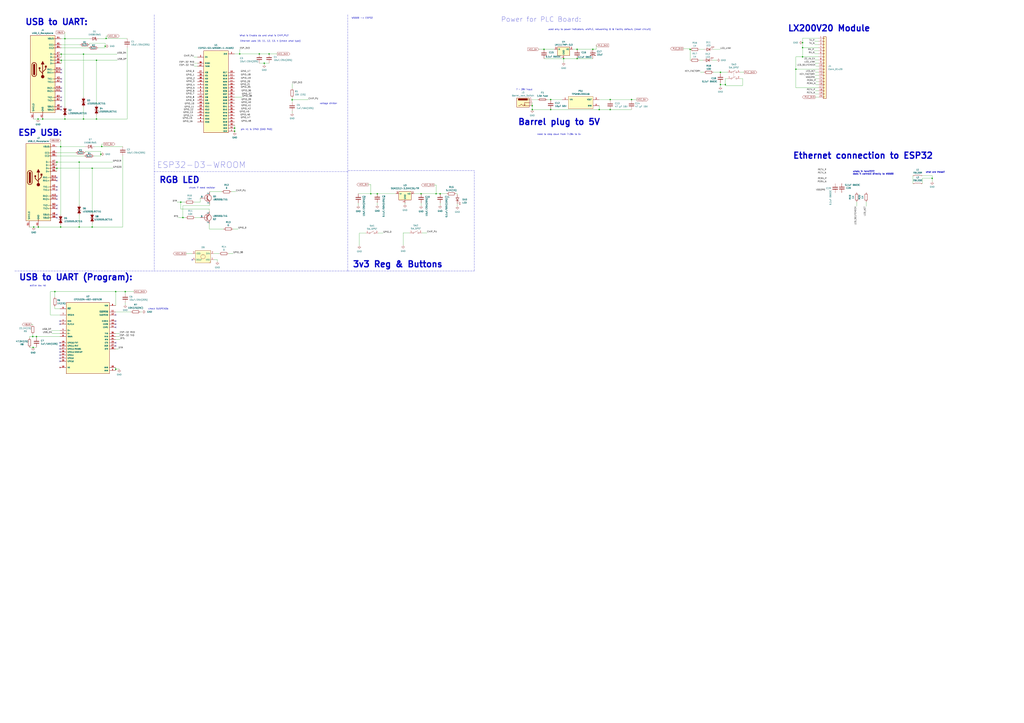
<source format=kicad_sch>
(kicad_sch (version 20230121) (generator eeschema)
  (paper "A1")
  (lib_symbols
    (symbol "CP2102N-A02-GQFN28:CP2102N-A02-GQFN28" (pin_names (offset 1.016))
      (property "Reference" "U" (at -17.78 33.02 0))
      (property "Value" "CP2102N-A02-GQFN28" (at -17.78 -33.02 0))
      (symbol "CP2102N-A02-GQFN28_0_0"
        (pin input line (at -22.86 15.24 0) (length 5.08) (name "DCD") (number "1"))
        (pin no_connect line (at -22.86 -22.86 0) (length 5.08) (name "NC") (number "10"))
        (pin output line (at 22.86 22.86 180) (length 5.08) (name "~{SUSPEND}") (number "11"))
        (pin output line (at 22.86 20.32 180) (length 5.08) (name "SUSPEND") (number "12"))
        (pin output line (at 22.86 15.24 180) (length 5.08) (name "CHREN") (number "13"))
        (pin output line (at 22.86 10.16 180) (length 5.08) (name "CHR1") (number "14"))
        (pin output line (at 22.86 12.7 180) (length 5.08) (name "CHR0") (number "15"))
        (pin bidirectional line (at -22.86 -10.16 0) (length 5.08) (name "GPIO.3/WAKEUP") (number "16"))
        (pin bidirectional line (at -22.86 -7.62 0) (length 5.08) (name "GPIO.2/RS485") (number "17"))
        (pin bidirectional line (at -22.86 -5.08 0) (length 5.08) (name "GPIO.1/RXT") (number "18"))
        (pin bidirectional line (at -22.86 -2.54 0) (length 5.08) (name "GPIO.0/TXT") (number "19"))
        (pin bidirectional line (at -22.86 12.7 0) (length 5.08) (name "RI/CLK") (number "2"))
        (pin bidirectional line (at -22.86 -17.78 0) (length 5.08) (name "GPIO.6") (number "20"))
        (pin bidirectional line (at -22.86 -15.24 0) (length 5.08) (name "GPIO.5") (number "21"))
        (pin bidirectional line (at -22.86 -12.7 0) (length 5.08) (name "GPIO.4") (number "22"))
        (pin input line (at 22.86 -2.54 180) (length 5.08) (name "CTS") (number "23"))
        (pin output line (at 22.86 0 180) (length 5.08) (name "RTS") (number "24"))
        (pin input line (at 22.86 2.54 180) (length 5.08) (name "RXD") (number "25"))
        (pin output line (at 22.86 5.08 180) (length 5.08) (name "TXD") (number "26"))
        (pin input line (at 22.86 -5.08 180) (length 5.08) (name "DSR") (number "27"))
        (pin output line (at 22.86 -7.62 180) (length 5.08) (name "DTR") (number "28"))
        (pin power_in line (at 22.86 -22.86 180) (length 5.08) (name "GND") (number "29"))
        (pin power_in line (at 22.86 -25.4 180) (length 5.08) (name "GND") (number "3"))
        (pin bidirectional line (at -22.86 7.62 0) (length 5.08) (name "D+") (number "4"))
        (pin bidirectional line (at -22.86 5.08 0) (length 5.08) (name "D-") (number "5"))
        (pin power_in line (at 22.86 27.94 180) (length 5.08) (name "VDD") (number "6"))
        (pin input line (at -22.86 20.32 0) (length 5.08) (name "VREGIN") (number "7"))
        (pin input line (at -22.86 2.54 0) (length 5.08) (name "VBUS") (number "8"))
        (pin input line (at -22.86 25.4 0) (length 5.08) (name "~{RST}") (number "9"))
      )
    )
    (symbol "Connector:Barrel_Jack_Switch" (pin_names hide)
      (property "Reference" "J" (at 0 5.334 0))
      (property "Value" "Barrel_Jack_Switch" (at 0 -5.08 0))
      (symbol "Barrel_Jack_Switch_1_1"
        (pin passive line (at 7.62 2.54 180) (length 2.54) (name "~") (number "1"))
        (pin passive line (at 7.62 -2.54 180) (length 2.54) (name "~") (number "2"))
        (pin passive line (at 7.62 0 180) (length 2.54) (name "~") (number "3"))
      )
    )
    (symbol "Connector:USB_C_Receptacle" (pin_names (offset 1.016))
      (property "Reference" "J" (at -10.16 29.21 0))
      (property "Value" "USB_C_Receptacle" (at 10.16 29.21 0))
      (symbol "USB_C_Receptacle_1_1"
        (pin passive line (at 0 -40.64 90) (length 5.08) (name "GND") (number "A1"))
        (pin bidirectional line (at 15.24 -15.24 180) (length 5.08) (name "RX2-") (number "A10"))
        (pin bidirectional line (at 15.24 -17.78 180) (length 5.08) (name "RX2+") (number "A11"))
        (pin passive line (at 0 -40.64 90) (length 5.08) hide (name "GND") (number "A12"))
        (pin bidirectional line (at 15.24 -10.16 180) (length 5.08) (name "TX1+") (number "A2"))
        (pin bidirectional line (at 15.24 -7.62 180) (length 5.08) (name "TX1-") (number "A3"))
        (pin passive line (at 15.24 25.4 180) (length 5.08) (name "VBUS") (number "A4"))
        (pin bidirectional line (at 15.24 20.32 180) (length 5.08) (name "CC1") (number "A5"))
        (pin bidirectional line (at 15.24 7.62 180) (length 5.08) (name "D+") (number "A6"))
        (pin bidirectional line (at 15.24 12.7 180) (length 5.08) (name "D-") (number "A7"))
        (pin bidirectional line (at 15.24 -30.48 180) (length 5.08) (name "SBU1") (number "A8"))
        (pin passive line (at 15.24 25.4 180) (length 5.08) hide (name "VBUS") (number "A9"))
        (pin passive line (at 0 -40.64 90) (length 5.08) hide (name "GND") (number "B1"))
        (pin bidirectional line (at 15.24 0 180) (length 5.08) (name "RX1-") (number "B10"))
        (pin bidirectional line (at 15.24 -2.54 180) (length 5.08) (name "RX1+") (number "B11"))
        (pin passive line (at 0 -40.64 90) (length 5.08) hide (name "GND") (number "B12"))
        (pin bidirectional line (at 15.24 -25.4 180) (length 5.08) (name "TX2+") (number "B2"))
        (pin bidirectional line (at 15.24 -22.86 180) (length 5.08) (name "TX2-") (number "B3"))
        (pin passive line (at 15.24 25.4 180) (length 5.08) hide (name "VBUS") (number "B4"))
        (pin bidirectional line (at 15.24 17.78 180) (length 5.08) (name "CC2") (number "B5"))
        (pin bidirectional line (at 15.24 5.08 180) (length 5.08) (name "D+") (number "B6"))
        (pin bidirectional line (at 15.24 10.16 180) (length 5.08) (name "D-") (number "B7"))
        (pin bidirectional line (at 15.24 -33.02 180) (length 5.08) (name "SBU2") (number "B8"))
        (pin passive line (at 15.24 25.4 180) (length 5.08) hide (name "VBUS") (number "B9"))
        (pin passive line (at -7.62 -40.64 90) (length 5.08) (name "SHIELD") (number "S1"))
      )
    )
    (symbol "Connector_Generic:Conn_01x20" (pin_names (offset 1.016) hide)
      (property "Reference" "J" (at 0 25.4 0))
      (property "Value" "Conn_01x20" (at 0 -27.94 0))
      (symbol "Conn_01x20_1_1"
        (pin passive line (at -5.08 22.86 0) (length 3.81) (name "Pin_1") (number "1"))
        (pin passive line (at -5.08 0 0) (length 3.81) (name "Pin_10") (number "10"))
        (pin passive line (at -5.08 -2.54 0) (length 3.81) (name "Pin_11") (number "11"))
        (pin passive line (at -5.08 -5.08 0) (length 3.81) (name "Pin_12") (number "12"))
        (pin passive line (at -5.08 -7.62 0) (length 3.81) (name "Pin_13") (number "13"))
        (pin passive line (at -5.08 -10.16 0) (length 3.81) (name "Pin_14") (number "14"))
        (pin passive line (at -5.08 -12.7 0) (length 3.81) (name "Pin_15") (number "15"))
        (pin passive line (at -5.08 -15.24 0) (length 3.81) (name "Pin_16") (number "16"))
        (pin passive line (at -5.08 -17.78 0) (length 3.81) (name "Pin_17") (number "17"))
        (pin passive line (at -5.08 -20.32 0) (length 3.81) (name "Pin_18") (number "18"))
        (pin passive line (at -5.08 -22.86 0) (length 3.81) (name "Pin_19") (number "19"))
        (pin passive line (at -5.08 20.32 0) (length 3.81) (name "Pin_2") (number "2"))
        (pin passive line (at -5.08 -25.4 0) (length 3.81) (name "Pin_20") (number "20"))
        (pin passive line (at -5.08 17.78 0) (length 3.81) (name "Pin_3") (number "3"))
        (pin passive line (at -5.08 15.24 0) (length 3.81) (name "Pin_4") (number "4"))
        (pin passive line (at -5.08 12.7 0) (length 3.81) (name "Pin_5") (number "5"))
        (pin passive line (at -5.08 10.16 0) (length 3.81) (name "Pin_6") (number "6"))
        (pin passive line (at -5.08 7.62 0) (length 3.81) (name "Pin_7") (number "7"))
        (pin passive line (at -5.08 5.08 0) (length 3.81) (name "Pin_8") (number "8"))
        (pin passive line (at -5.08 2.54 0) (length 3.81) (name "Pin_9") (number "9"))
      )
    )
    (symbol "Device:C" (pin_numbers hide) (pin_names (offset 0.254))
      (property "Reference" "C" (at 0.635 2.54 0))
      (property "Value" "C" (at 0.635 -2.54 0))
      (symbol "C_1_1"
        (pin passive line (at 0 3.81 270) (length 2.794) (name "~") (number "1"))
        (pin passive line (at 0 -3.81 90) (length 2.794) (name "~") (number "2"))
      )
    )
    (symbol "Device:C_Polarized_US" (pin_numbers hide) (pin_names (offset 0.254) hide)
      (property "Reference" "C" (at 0.635 2.54 0))
      (property "Value" "C_Polarized_US" (at 0.635 -2.54 0))
      (symbol "C_Polarized_US_1_1"
        (pin passive line (at 0 3.81 270) (length 2.794) (name "~") (number "1"))
        (pin passive line (at 0 -3.81 90) (length 3.302) (name "~") (number "2"))
      )
    )
    (symbol "Device:D_TVS_Filled" (pin_numbers hide) (pin_names (offset 1.016) hide)
      (property "Reference" "D" (at 0 2.54 0))
      (property "Value" "D_TVS_Filled" (at 0 -2.54 0))
      (symbol "D_TVS_Filled_1_1"
        (pin passive line (at -3.81 0 0) (length 2.54) (name "A1") (number "1"))
        (pin passive line (at 3.81 0 180) (length 2.54) (name "A2") (number "2"))
      )
    )
    (symbol "Device:Fuse" (pin_numbers hide) (pin_names (offset 0))
      (property "Reference" "F" (at 2.032 0 90))
      (property "Value" "Fuse" (at -1.905 0 90))
      (symbol "Fuse_1_1"
        (pin passive line (at 0 3.81 270) (length 1.27) (name "~") (number "1"))
        (pin passive line (at 0 -3.81 90) (length 1.27) (name "~") (number "2"))
      )
    )
    (symbol "Device:L" (pin_numbers hide) (pin_names (offset 1.016) hide)
      (property "Reference" "L" (at -1.27 0 90))
      (property "Value" "L" (at 1.905 0 90))
      (symbol "L_1_1"
        (pin passive line (at 0 3.81 270) (length 1.27) (name "1") (number "1"))
        (pin passive line (at 0 -3.81 90) (length 1.27) (name "2") (number "2"))
      )
    )
    (symbol "Device:LED" (pin_numbers hide) (pin_names (offset 1.016) hide)
      (property "Reference" "D" (at 0 2.54 0))
      (property "Value" "LED" (at 0 -2.54 0))
      (symbol "LED_1_1"
        (pin passive line (at -3.81 0 0) (length 2.54) (name "K") (number "1"))
        (pin passive line (at 3.81 0 180) (length 2.54) (name "A") (number "2"))
      )
    )
    (symbol "Device:R" (pin_numbers hide) (pin_names (offset 0))
      (property "Reference" "R" (at 2.032 0 90))
      (property "Value" "R" (at 0 0 90))
      (symbol "R_1_1"
        (pin passive line (at 0 3.81 270) (length 1.27) (name "~") (number "1"))
        (pin passive line (at 0 -3.81 90) (length 1.27) (name "~") (number "2"))
      )
    )
    (symbol "Diode:1N5819WS" (pin_numbers hide) (pin_names (offset 1.016) hide)
      (property "Reference" "D" (at 0 2.54 0))
      (property "Value" "1N5819WS" (at 0 -2.54 0))
      (symbol "1N5819WS_1_1"
        (pin passive line (at -3.81 0 0) (length 2.54) (name "K") (number "1"))
        (pin passive line (at 3.81 0 180) (length 2.54) (name "A") (number "2"))
      )
    )
    (symbol "ESP32-S3-WROOM-1-N16R2:ESP32-S3-WROOM-1-N16R2" (pin_names (offset 1.016))
      (property "Reference" "U" (at -10.16 34.1122 0))
      (property "Value" "ESP32-S3-WROOM-1-N16R2" (at -10.16 -36.83 0))
      (symbol "ESP32-S3-WROOM-1-N16R2_0_0"
        (pin power_in line (at 15.24 -33.02 180) (length 5.08) (name "GND") (number "1"))
        (pin bidirectional line (at 15.24 15.24 180) (length 5.08) (name "IO17") (number "10"))
        (pin bidirectional line (at 15.24 12.7 180) (length 5.08) (name "IO18") (number "11"))
        (pin bidirectional line (at -15.24 -5.08 0) (length 5.08) (name "IO8") (number "12"))
        (pin bidirectional line (at 15.24 10.16 180) (length 5.08) (name "IO19") (number "13"))
        (pin bidirectional line (at 15.24 7.62 180) (length 5.08) (name "IO20") (number "14"))
        (pin bidirectional line (at -15.24 7.62 0) (length 5.08) (name "IO3") (number "15"))
        (pin bidirectional line (at 15.24 -20.32 180) (length 5.08) (name "IO46") (number "16"))
        (pin bidirectional line (at -15.24 -7.62 0) (length 5.08) (name "IO9") (number "17"))
        (pin bidirectional line (at -15.24 -10.16 0) (length 5.08) (name "IO10") (number "18"))
        (pin bidirectional line (at -15.24 -12.7 0) (length 5.08) (name "IO11") (number "19"))
        (pin power_in line (at 15.24 30.48 180) (length 5.08) (name "3V3") (number "2"))
        (pin bidirectional line (at -15.24 -15.24 0) (length 5.08) (name "IO12") (number "20"))
        (pin bidirectional line (at -15.24 -17.78 0) (length 5.08) (name "IO13") (number "21"))
        (pin bidirectional line (at -15.24 -20.32 0) (length 5.08) (name "IO14") (number "22"))
        (pin bidirectional line (at 15.24 5.08 180) (length 5.08) (name "IO21") (number "23"))
        (pin bidirectional line (at 15.24 -22.86 180) (length 5.08) (name "IO47") (number "24"))
        (pin bidirectional line (at 15.24 -25.4 180) (length 5.08) (name "IO48") (number "25"))
        (pin bidirectional line (at 15.24 -17.78 180) (length 5.08) (name "IO45") (number "26"))
        (pin bidirectional line (at -15.24 15.24 0) (length 5.08) (name "IO0") (number "27"))
        (pin bidirectional line (at 15.24 2.54 180) (length 5.08) (name "IO35") (number "28"))
        (pin bidirectional line (at 15.24 0 180) (length 5.08) (name "IO36") (number "29"))
        (pin input line (at -15.24 27.94 0) (length 5.08) (name "EN") (number "3"))
        (pin bidirectional line (at 15.24 -2.54 180) (length 5.08) (name "IO37") (number "30"))
        (pin bidirectional line (at 15.24 -5.08 180) (length 5.08) (name "IO38") (number "31"))
        (pin bidirectional line (at 15.24 -7.62 180) (length 5.08) (name "IO39") (number "32"))
        (pin bidirectional line (at 15.24 -10.16 180) (length 5.08) (name "IO40") (number "33"))
        (pin bidirectional line (at 15.24 -12.7 180) (length 5.08) (name "IO41") (number "34"))
        (pin bidirectional line (at 15.24 -15.24 180) (length 5.08) (name "IO42") (number "35"))
        (pin bidirectional line (at -15.24 22.86 0) (length 5.08) (name "RXD0") (number "36"))
        (pin bidirectional line (at -15.24 20.32 0) (length 5.08) (name "TXD0") (number "37"))
        (pin bidirectional line (at -15.24 10.16 0) (length 5.08) (name "IO2") (number "38"))
        (pin bidirectional line (at -15.24 12.7 0) (length 5.08) (name "IO1") (number "39"))
        (pin bidirectional line (at -15.24 5.08 0) (length 5.08) (name "IO4") (number "4"))
        (pin bidirectional line (at -15.24 2.54 0) (length 5.08) (name "IO5") (number "5"))
        (pin bidirectional line (at -15.24 0 0) (length 5.08) (name "IO6") (number "6"))
        (pin bidirectional line (at -15.24 -2.54 0) (length 5.08) (name "IO7") (number "7"))
        (pin bidirectional line (at -15.24 -22.86 0) (length 5.08) (name "IO15") (number "8"))
        (pin bidirectional line (at -15.24 -25.4 0) (length 5.08) (name "IO16") (number "9"))
      )
      (symbol "ESP32-S3-WROOM-1-N16R2_1_0"
        (pin power_in line (at 15.24 -27.94 180) (length 5.08) (name "GND") (number "40"))
        (pin power_in line (at 15.24 -30.48 180) (length 5.08) (name "GND") (number "41"))
      )
    )
    (symbol "Proj_library:SK68XXMINI-HS"
      (property "Reference" "D" (at 0 6.35 0))
      (symbol "SK68XXMINI-HS_1_1"
        (pin input line (at 8.89 -2.54 180) (length 2.54) (name "VSS") (number "1"))
        (pin input line (at 8.89 2.54 180) (length 2.54) (name "DIN") (number "2"))
        (pin input line (at -8.89 2.54 0) (length 2.54) (name "VDD") (number "3"))
        (pin output line (at -8.89 -2.54 0) (length 2.54) (name "DOUT") (number "4"))
      )
    )
    (symbol "Proj_library:TPSM84205EAB" (pin_names (offset 1.016))
      (property "Reference" "PS" (at -10.16 5.588 0))
      (property "Value" "TPSM84205EAB" (at -10.16 -7.62 0))
      (symbol "TPSM84205EAB_0_0"
        (pin input line (at -15.24 2.54 0) (length 5.08) (name "VIN") (number "1"))
        (pin power_in line (at 15.24 -2.54 180) (length 5.08) (name "GND") (number "2"))
        (pin output line (at 15.24 2.54 180) (length 5.08) (name "VOUT") (number "3"))
      )
    )
    (symbol "Regulator_Linear:AMS1117-3.3"
      (property "Reference" "U" (at -3.81 3.175 0))
      (property "Value" "AMS1117-3.3" (at 0 3.175 0))
      (symbol "AMS1117-3.3_1_1"
        (pin power_in line (at 0 -7.62 90) (length 2.54) (name "GND") (number "1"))
        (pin power_out line (at 7.62 0 180) (length 2.54) (name "VO") (number "2"))
        (pin power_in line (at -7.62 0 0) (length 2.54) (name "VI") (number "3"))
      )
    )
    (symbol "Regulator_Linear:LM1117MP-3.3"
      (property "Reference" "U" (at -3.81 3.175 0))
      (property "Value" "LM1117MP-3.3" (at 0 3.175 0))
      (symbol "LM1117MP-3.3_1_1"
        (pin power_in line (at 0 -7.62 90) (length 2.54) (name "GND") (number "1"))
        (pin power_out line (at 7.62 0 180) (length 2.54) (name "VO") (number "2"))
        (pin power_in line (at -7.62 0 0) (length 2.54) (name "VI") (number "3"))
      )
    )
    (symbol "Simulation_SPICE:NPN" (pin_numbers hide) (pin_names (offset 0))
      (property "Reference" "Q" (at -2.54 7.62 0))
      (property "Value" "NPN" (at -2.54 5.08 0))
      (symbol "NPN_1_1"
        (pin open_collector line (at 2.54 5.08 270) (length 2.54) (name "C") (number "1"))
        (pin input line (at -5.08 0 0) (length 2.54) (name "B") (number "2"))
        (pin open_emitter line (at 2.54 -5.08 90) (length 2.54) (name "E") (number "3"))
      )
    )
    (symbol "Switch:SW_DPST" (pin_names (offset 0) hide)
      (property "Reference" "SW" (at 0 5.08 0))
      (property "Value" "SW_DPST" (at 0 -5.08 0))
      (symbol "SW_DPST_1_1"
        (pin passive line (at -5.08 -2.54 0) (length 2.54) (name "1") (number "1"))
        (pin passive line (at 5.08 -2.54 180) (length 2.54) (name "2") (number "2"))
        (pin passive line (at -5.08 2.54 0) (length 2.54) (name "3") (number "3"))
        (pin passive line (at 5.08 2.54 180) (length 2.54) (name "4") (number "4"))
      )
    )
    (symbol "Switch:SW_SPST" (pin_names (offset 0) hide)
      (property "Reference" "SW" (at 0 3.175 0))
      (property "Value" "SW_SPST" (at 0 -2.54 0))
      (symbol "SW_SPST_1_1"
        (pin passive line (at -5.08 0 0) (length 2.54) (name "A") (number "1"))
        (pin passive line (at 5.08 0 180) (length 2.54) (name "B") (number "2"))
      )
    )
    (symbol "power:GND" (power) (pin_names (offset 0))
      (property "Value" "GND" (at 0 -3.81 0))
      (symbol "GND_1_1"
        (pin power_in line (at 0 0 270) (length 0) hide (name "GND") (number "1"))
      )
    )
  )
  (junction (at 27.686 186.563))
  (junction (at 192.659 105.283))
  (junction (at 304.546 159.258))
  (junction (at 501.142 81.788))
  (junction (at 659.13 35.052))
  (junction (at 75.692 186.563))
  (junction (at 591.693 69.469))
  (junction (at 50.292 49.53))
  (junction (at 486.918 40.513))
  (junction (at 68.58 44.45))
  (junction (at 345.821 159.258))
  (junction (at 653.669 56.896))
  (junction (at 53.34 31.75))
  (junction (at 31.496 186.563))
  (junction (at 566.801 40.64))
  (junction (at 473.964 48.133))
  (junction (at 309.88 159.258))
  (junction (at 94.996 239.649))
  (junction (at 501.142 90.043))
  (junction (at 192.659 107.823))
  (junction (at 659.13 39.116))
  (junction (at 65.024 186.563))
  (junction (at 150.241 178.816))
  (junction (at 49.784 120.523))
  (junction (at 220.98 44.323))
  (junction (at 50.292 44.45))
  (junction (at 437.134 86.868))
  (junction (at 212.979 44.323))
  (junction (at 27.178 285.496))
  (junction (at 83.566 120.396))
  (junction (at 102.87 239.649))
  (junction (at 68.58 97.79))
  (junction (at 49.784 186.563))
  (junction (at 45.085 239.649))
  (junction (at 446.786 40.513))
  (junction (at 79.248 49.53))
  (junction (at 595.757 69.469))
  (junction (at 591.693 59.436))
  (junction (at 217.043 51.943))
  (junction (at 452.247 81.788))
  (junction (at 31.242 97.79))
  (junction (at 75.692 138.303))
  (junction (at 94.996 303.403))
  (junction (at 35.052 97.79))
  (junction (at 358.14 159.258))
  (junction (at 29.972 276.606))
  (junction (at 82.804 126.746))
  (junction (at 518.668 81.788))
  (junction (at 148.463 166.116))
  (junction (at 659.13 46.736))
  (junction (at 46.736 138.303))
  (junction (at 462.915 48.133))
  (junction (at 65.024 133.223))
  (junction (at 473.964 40.513))
  (junction (at 46.736 133.223))
  (junction (at 452.247 90.043))
  (junction (at 79.248 97.79))
  (junction (at 361.442 159.258))
  (junction (at 87.122 31.623))
  (junction (at 86.36 37.973))
  (junction (at 765.556 146.558))
  (junction (at 437.134 90.043))
  (junction (at 196.85 44.323))
  (junction (at 492.125 90.043))
  (junction (at 53.34 97.79))
  (junction (at 26.924 276.606))
  (junction (at 239.903 82.042))
  (no_connect (at 49.276 289.306))
  (no_connect (at 94.996 266.446))
  (no_connect (at 50.292 74.93))
  (no_connect (at 94.996 263.906))
  (no_connect (at 49.276 291.846))
  (no_connect (at 50.292 80.01))
  (no_connect (at 50.292 87.63))
  (no_connect (at 49.276 263.906))
  (no_connect (at 94.996 281.686))
  (no_connect (at 46.736 145.923))
  (no_connect (at 49.276 294.386))
  (no_connect (at 50.292 82.55))
  (no_connect (at 46.736 176.403))
  (no_connect (at 50.292 59.69))
  (no_connect (at 46.736 153.543))
  (no_connect (at 94.996 284.226))
  (no_connect (at 49.276 284.226))
  (no_connect (at 46.736 178.943))
  (no_connect (at 46.736 163.703))
  (no_connect (at 50.292 90.17))
  (no_connect (at 94.996 258.826))
  (no_connect (at 46.736 171.323))
  (no_connect (at 46.736 168.783))
  (no_connect (at 50.292 57.15))
  (no_connect (at 46.736 156.083))
  (no_connect (at 50.292 67.31))
  (no_connect (at 49.276 266.446))
  (no_connect (at 50.292 72.39))
  (no_connect (at 157.861 213.487))
  (no_connect (at 49.276 281.686))
  (no_connect (at 94.996 268.986))
  (no_connect (at 46.736 148.463))
  (no_connect (at 49.276 286.766))
  (no_connect (at 50.292 64.77))
  (no_connect (at 49.276 296.926))
  (no_connect (at 46.736 161.163))
  (wire (pts (xy 87.122 31.623) (xy 87.122 31.75)))
  (wire (pts (xy 309.88 166.624) (xy 309.88 168.529)))
  (wire (pts (xy 492.125 90.043) (xy 452.247 90.043)))
  (wire (pts (xy 669.671 59.436) (xy 672.211 59.436)))
  (wire (pts (xy 29.972 276.606) (xy 29.972 277.495)))
  (wire (pts (xy 659.13 31.496) (xy 659.13 35.052)))
  (wire (pts (xy 375.666 159.258) (xy 375.666 159.893)))
  (wire (pts (xy 217.043 51.943) (xy 217.043 53.086)))
  (wire (pts (xy 46.736 133.223) (xy 65.024 133.223)))
  (wire (pts (xy 26.924 274.701) (xy 26.924 276.606)))
  (wire (pts (xy 239.903 80.264) (xy 239.903 82.042)))
  (wire (pts (xy 49.784 184.404) (xy 49.784 186.563)))
  (polyline (pts (xy 285.623 12.065) (xy 285.623 140.97)) (stroke (width 0) (type dash)))
  (wire (pts (xy 486.918 40.513) (xy 489.585 40.513)))
  (wire (pts (xy 31.496 186.563) (xy 49.784 186.563)))
  (wire (pts (xy 187.706 208.407) (xy 191.516 208.407)))
  (wire (pts (xy 27.178 285.496) (xy 29.972 285.496)))
  (wire (pts (xy 462.915 48.133) (xy 473.964 48.133)))
  (wire (pts (xy 212.979 44.323) (xy 220.98 44.323)))
  (wire (pts (xy 196.85 44.323) (xy 212.979 44.323)))
  (wire (pts (xy 79.248 94.234) (xy 79.248 97.79)))
  (wire (pts (xy 470.535 40.513) (xy 473.964 40.513)))
  (wire (pts (xy 585.597 40.64) (xy 591.566 40.64)))
  (wire (pts (xy 29.972 285.496) (xy 29.972 285.115)))
  (wire (pts (xy 94.996 274.066) (xy 98.298 274.066)))
  (wire (pts (xy 669.417 61.976) (xy 672.211 61.976)))
  (wire (pts (xy 98.679 279.146) (xy 94.996 279.146)))
  (wire (pts (xy 68.58 44.45) (xy 96.139 44.45)))
  (wire (pts (xy 46.736 133.223) (xy 46.736 135.763)))
  (wire (pts (xy 452.247 90.043) (xy 452.247 89.789)))
  (wire (pts (xy 653.669 46.736) (xy 659.13 46.736)))
  (wire (pts (xy 159.258 46.863) (xy 162.179 46.863)))
  (wire (pts (xy 172.085 157.607) (xy 182.245 157.607)))
  (wire (pts (xy 82.804 128.143) (xy 76.962 128.143)))
  (wire (pts (xy 164.465 166.116) (xy 164.465 162.687)))
  (wire (pts (xy 172.085 169.037) (xy 172.085 167.767)))
  (wire (pts (xy 669.925 54.356) (xy 672.211 54.356)))
  (wire (pts (xy 152.781 208.407) (xy 157.861 208.407)))
  (wire (pts (xy 669.417 79.756) (xy 672.211 79.756)))
  (wire (pts (xy 87.122 31.75) (xy 81.153 31.75)))
  (wire (pts (xy 239.903 91.567) (xy 239.903 92.837)))
  (wire (pts (xy 336.423 191.389) (xy 331.089 191.389)))
  (wire (pts (xy 162.179 54.483) (xy 159.512 54.483)))
  (wire (pts (xy 24.257 285.496) (xy 27.178 285.496)))
  (wire (pts (xy 192.659 108.585) (xy 192.786 108.585)))
  (wire (pts (xy 192.659 102.743) (xy 192.659 105.283)))
  (wire (pts (xy 171.958 188.214) (xy 183.642 188.214)))
  (wire (pts (xy 102.87 248.92) (xy 102.87 250.444)))
  (wire (pts (xy 669.544 77.216) (xy 672.211 77.216)))
  (wire (pts (xy 669.925 69.596) (xy 672.211 69.596)))
  (wire (pts (xy 358.14 152.019) (xy 358.14 159.258)))
  (wire (pts (xy 94.996 256.286) (xy 107.569 256.286)))
  (wire (pts (xy 607.822 64.516) (xy 609.854 64.516)))
  (wire (pts (xy 150.241 178.816) (xy 152.527 178.816)))
  (wire (pts (xy 757.428 144.399) (xy 765.556 144.399)))
  (wire (pts (xy 446.786 40.513) (xy 455.295 40.513)))
  (wire (pts (xy 175.641 208.407) (xy 180.086 208.407)))
  (wire (pts (xy 501.142 81.788) (xy 518.668 81.788)))
  (wire (pts (xy 361.442 166.878) (xy 361.442 168.656)))
  (wire (pts (xy 595.757 70.358) (xy 595.757 69.469)))
  (wire (pts (xy 358.14 159.258) (xy 361.442 159.258)))
  (wire (pts (xy 518.668 90.043) (xy 501.142 90.043)))
  (wire (pts (xy 492.125 86.868) (xy 492.125 90.043)))
  (wire (pts (xy 41.402 239.649) (xy 45.085 239.649)))
  (wire (pts (xy 345.821 159.258) (xy 358.14 159.258)))
  (wire (pts (xy 670.052 67.056) (xy 672.211 67.056)))
  (wire (pts (xy 94.996 303.403) (xy 94.996 304.546)))
  (wire (pts (xy 45.085 253.746) (xy 49.276 253.746)))
  (wire (pts (xy 366.903 159.258) (xy 361.442 159.258)))
  (wire (pts (xy 41.402 258.826) (xy 49.276 258.826)))
  (wire (pts (xy 49.784 186.563) (xy 65.024 186.563)))
  (wire (pts (xy 94.996 239.649) (xy 102.87 239.649)))
  (wire (pts (xy 294.259 159.258) (xy 304.546 159.258)))
  (wire (pts (xy 172.085 169.037) (xy 150.241 169.037)))
  (wire (pts (xy 295.148 191.643) (xy 295.148 201.803)))
  (wire (pts (xy 150.241 169.037) (xy 150.241 178.816)))
  (wire (pts (xy 50.292 39.37) (xy 72.898 39.37)))
  (wire (pts (xy 473.964 40.513) (xy 486.918 40.513)))
  (wire (pts (xy 50.292 44.45) (xy 50.292 46.99)))
  (wire (pts (xy 192.659 107.823) (xy 192.659 108.585)))
  (wire (pts (xy 653.669 72.136) (xy 653.669 56.896)))
  (wire (pts (xy 82.804 124.46) (xy 82.804 126.746)))
  (wire (pts (xy 609.854 70.358) (xy 595.757 70.358)))
  (wire (pts (xy 518.668 81.788) (xy 522.986 81.788)))
  (wire (pts (xy 26.924 276.606) (xy 29.972 276.606)))
  (wire (pts (xy 87.122 29.591) (xy 88.646 29.591)))
  (wire (pts (xy 45.085 239.649) (xy 45.085 244.221)))
  (wire (pts (xy 27.432 97.79) (xy 31.242 97.79)))
  (wire (pts (xy 53.34 95.631) (xy 53.34 97.79)))
  (wire (pts (xy 452.247 81.788) (xy 452.247 82.169)))
  (wire (pts (xy 115.189 256.286) (xy 116.713 256.286)))
  (wire (pts (xy 49.784 120.523) (xy 69.977 120.523)))
  (wire (pts (xy 672.211 39.116) (xy 659.13 39.116)))
  (wire (pts (xy 94.996 239.649) (xy 94.996 251.206)))
  (wire (pts (xy 159.639 51.943) (xy 162.179 51.943)))
  (polyline (pts (xy 285.75 140.081) (xy 389.636 140.081)) (stroke (width 0) (type dash)))
  (wire (pts (xy 578.231 59.436) (xy 575.183 59.436)))
  (wire (pts (xy 171.958 171.704) (xy 148.463 171.704)))
  (wire (pts (xy 94.996 303.403) (xy 97.917 303.403)))
  (wire (pts (xy 332.613 166.878) (xy 332.613 167.894)))
  (wire (pts (xy 49.276 271.526) (xy 42.164 271.526)))
  (wire (pts (xy 68.58 80.01) (xy 68.58 44.45)))
  (wire (pts (xy 50.292 44.45) (xy 68.58 44.45)))
  (polyline (pts (xy 285.623 222.631) (xy 389.636 222.631)) (stroke (width 0) (type dash)))
  (wire (pts (xy 193.675 157.607) (xy 189.865 157.607)))
  (polyline (pts (xy 389.636 222.631) (xy 389.636 140.081)) (stroke (width 0) (type dash)))
  (wire (pts (xy 82.804 126.746) (xy 82.804 128.143)))
  (wire (pts (xy 27.686 186.563) (xy 31.496 186.563)))
  (wire (pts (xy 53.34 31.75) (xy 73.533 31.75)))
  (polyline (pts (xy 285.623 140.97) (xy 285.623 222.631)) (stroke (width 0) (type dash)))
  (wire (pts (xy 86.36 37.973) (xy 86.36 39.37)))
  (polyline (pts (xy 285.623 140.97) (xy 126.619 140.97)) (stroke (width 0) (type dash)))
  (wire (pts (xy 672.211 46.736) (xy 659.13 46.736)))
  (wire (pts (xy 711.327 165.862) (xy 711.327 169.545)))
  (wire (pts (xy 442.595 40.513) (xy 446.786 40.513)))
  (wire (pts (xy 324.993 159.258) (xy 309.88 159.258)))
  (wire (pts (xy 65.024 133.223) (xy 92.583 133.223)))
  (wire (pts (xy 178.562 213.487) (xy 178.562 215.011)))
  (wire (pts (xy 192.659 105.283) (xy 192.659 107.823)))
  (wire (pts (xy 53.34 97.79) (xy 68.58 97.79)))
  (wire (pts (xy 25.527 266.7) (xy 26.924 266.7)))
  (wire (pts (xy 27.178 285.496) (xy 27.178 285.369)))
  (wire (pts (xy 73.406 35.687) (xy 86.36 35.687)))
  (wire (pts (xy 195.58 188.214) (xy 191.262 188.214)))
  (wire (pts (xy 75.692 138.303) (xy 92.837 138.303)))
  (wire (pts (xy 566.801 40.005) (xy 566.801 40.64)))
  (wire (pts (xy 68.58 97.79) (xy 79.248 97.79)))
  (wire (pts (xy 672.211 72.136) (xy 653.669 72.136)))
  (wire (pts (xy 239.903 82.042) (xy 239.903 83.947)))
  (wire (pts (xy 46.736 120.523) (xy 49.784 120.523)))
  (wire (pts (xy 591.693 71.12) (xy 591.693 69.469)))
  (wire (pts (xy 86.36 39.37) (xy 80.518 39.37)))
  (wire (pts (xy 345.821 166.878) (xy 345.821 168.91)))
  (wire (pts (xy 94.996 302.006) (xy 94.996 303.403)))
  (wire (pts (xy 591.693 69.469) (xy 595.757 69.469)))
  (wire (pts (xy 374.523 159.258) (xy 375.666 159.258)))
  (wire (pts (xy 703.58 165.862) (xy 703.58 169.418)))
  (wire (pts (xy 672.211 36.576) (xy 669.036 36.576)))
  (wire (pts (xy 69.85 124.46) (xy 69.85 125.603)))
  (wire (pts (xy 672.211 44.196) (xy 669.036 44.196)))
  (wire (pts (xy 607.822 59.436) (xy 611.124 59.436)))
  (wire (pts (xy 304.546 159.258) (xy 309.88 159.258)))
  (wire (pts (xy 437.134 84.328) (xy 437.134 86.868)))
  (wire (pts (xy 765.556 144.399) (xy 765.556 146.558)))
  (wire (pts (xy 309.88 159.258) (xy 309.88 159.004)))
  (wire (pts (xy 585.851 59.436) (xy 591.693 59.436)))
  (wire (pts (xy 239.903 68.834) (xy 239.903 72.644)))
  (wire (pts (xy 94.996 286.766) (xy 97.282 286.766)))
  (wire (pts (xy 50.292 49.53) (xy 50.292 52.07)))
  (wire (pts (xy 46.736 125.603) (xy 62.23 125.603)))
  (wire (pts (xy 148.463 166.116) (xy 151.892 166.116)))
  (wire (pts (xy 75.692 183.007) (xy 75.692 186.563)))
  (wire (pts (xy 49.784 115.443) (xy 49.784 120.523)))
  (wire (pts (xy 518.668 81.788) (xy 518.668 82.423)))
  (wire (pts (xy 31.242 97.79) (xy 35.052 97.79)))
  (wire (pts (xy 672.211 31.496) (xy 659.13 31.496)))
  (wire (pts (xy 220.98 44.323) (xy 227.584 44.323)))
  (wire (pts (xy 146.431 178.816) (xy 150.241 178.816)))
  (wire (pts (xy 591.693 68.199) (xy 591.693 69.469)))
  (wire (pts (xy 449.326 81.788) (xy 452.247 81.788)))
  (wire (pts (xy 45.085 239.649) (xy 94.996 239.649)))
  (wire (pts (xy 65.024 186.563) (xy 75.692 186.563)))
  (wire (pts (xy 331.089 191.389) (xy 331.089 201.549)))
  (wire (pts (xy 659.13 39.116) (xy 659.13 35.052)))
  (wire (pts (xy 749.808 144.399) (xy 749.808 150.876)))
  (wire (pts (xy 159.512 166.116) (xy 164.465 166.116)))
  (wire (pts (xy 68.58 87.63) (xy 68.58 97.79)))
  (wire (pts (xy 104.394 39.243) (xy 104.394 97.79)))
  (wire (pts (xy 437.134 86.868) (xy 437.134 90.043)))
  (wire (pts (xy 609.854 64.516) (xy 609.854 70.358)))
  (wire (pts (xy 98.171 276.606) (xy 94.996 276.606)))
  (wire (pts (xy 566.801 40.64) (xy 566.801 49.53)))
  (wire (pts (xy 87.122 29.591) (xy 87.122 31.623)))
  (wire (pts (xy 79.248 86.614) (xy 79.248 49.53)))
  (wire (pts (xy 765.556 149.225) (xy 765.556 146.558)))
  (wire (pts (xy 595.757 64.516) (xy 597.662 64.516)))
  (wire (pts (xy 65.024 168.783) (xy 65.024 133.223)))
  (polyline (pts (xy 12.065 222.631) (xy 126.619 222.631)) (stroke (width 0) (type dash)))
  (wire (pts (xy 574.421 49.53) (xy 577.342 49.53)))
  (wire (pts (xy 346.583 191.389) (xy 350.647 191.389)))
  (wire (pts (xy 86.36 35.687) (xy 86.36 37.973)))
  (wire (pts (xy 148.463 171.704) (xy 148.463 166.116)))
  (wire (pts (xy 294.259 166.878) (xy 294.259 168.783)))
  (wire (pts (xy 46.736 128.143) (xy 69.342 128.143)))
  (wire (pts (xy 452.247 81.788) (xy 461.645 81.788)))
  (wire (pts (xy 492.125 81.788) (xy 501.142 81.788)))
  (wire (pts (xy 73.406 35.687) (xy 73.406 36.83)))
  (wire (pts (xy 672.211 64.516) (xy 669.163 64.516)))
  (wire (pts (xy 42.672 274.066) (xy 49.276 274.066)))
  (wire (pts (xy 437.134 81.788) (xy 441.706 81.788)))
  (wire (pts (xy 340.233 159.258) (xy 345.821 159.258)))
  (wire (pts (xy 65.024 176.403) (xy 65.024 186.563)))
  (wire (pts (xy 102.87 239.649) (xy 110.109 239.649)))
  (wire (pts (xy 24.257 276.606) (xy 26.924 276.606)))
  (wire (pts (xy 595.757 69.469) (xy 595.757 64.516)))
  (wire (pts (xy 757.428 146.558) (xy 757.428 150.876)))
  (wire (pts (xy 83.566 120.523) (xy 77.597 120.523)))
  (wire (pts (xy 310.642 191.643) (xy 314.706 191.643)))
  (wire (pts (xy 659.13 46.736) (xy 659.13 39.116)))
  (wire (pts (xy 145.415 166.116) (xy 148.463 166.116)))
  (wire (pts (xy 75.692 186.563) (xy 100.838 186.563)))
  (wire (pts (xy 100.838 128.016) (xy 100.838 186.563)))
  (wire (pts (xy 79.248 49.53) (xy 96.393 49.53)))
  (wire (pts (xy 452.247 90.043) (xy 437.134 90.043)))
  (wire (pts (xy 100.838 120.396) (xy 83.566 120.396)))
  (wire (pts (xy 212.979 51.943) (xy 217.043 51.943)))
  (wire (pts (xy 50.292 31.75) (xy 53.34 31.75)))
  (wire (pts (xy 356.616 152.019) (xy 358.14 152.019)))
  (wire (pts (xy 79.248 97.79) (xy 104.394 97.79)))
  (wire (pts (xy 561.086 40.005) (xy 566.801 40.005)))
  (wire (pts (xy 83.566 118.364) (xy 83.566 120.396)))
  (wire (pts (xy 672.211 41.656) (xy 668.528 41.656)))
  (wire (pts (xy 53.34 31.75) (xy 53.34 88.011)))
  (wire (pts (xy 757.428 146.558) (xy 765.556 146.558)))
  (wire (pts (xy 672.211 49.276) (xy 669.417 49.276)))
  (wire (pts (xy 23.876 186.563) (xy 27.686 186.563)))
  (wire (pts (xy 584.962 49.53) (xy 588.645 49.53)))
  (wire (pts (xy 446.786 48.133) (xy 462.915 48.133)))
  (wire (pts (xy 175.641 213.487) (xy 178.562 213.487)))
  (wire (pts (xy 501.142 90.043) (xy 492.125 90.043)))
  (wire (pts (xy 75.692 175.387) (xy 75.692 138.303)))
  (wire (pts (xy 46.736 138.303) (xy 75.692 138.303)))
  (wire (pts (xy 29.972 276.606) (xy 49.276 276.606)))
  (wire (pts (xy 196.85 40.513) (xy 196.85 44.323)))
  (wire (pts (xy 171.958 171.704) (xy 171.958 173.736)))
  (wire (pts (xy 501.142 81.788) (xy 501.142 82.423)))
  (wire (pts (xy 239.903 82.042) (xy 253.238 82.042)))
  (wire (pts (xy 574.421 40.64) (xy 577.977 40.64)))
  (wire (pts (xy 473.964 48.133) (xy 486.918 48.133)))
  (wire (pts (xy 171.958 183.896) (xy 171.958 188.214)))
  (wire (pts (xy 24.257 276.606) (xy 24.257 277.876)))
  (wire (pts (xy 50.292 49.53) (xy 79.248 49.53)))
  (wire (pts (xy 160.147 178.816) (xy 164.338 178.816)))
  (wire (pts (xy 591.693 60.579) (xy 591.693 59.436)))
  (wire (pts (xy 102.87 239.649) (xy 102.87 241.3)))
  (wire (pts (xy 489.585 40.513) (xy 489.585 37.338)))
  (wire (pts (xy 672.211 51.816) (xy 669.417 51.816)))
  (wire (pts (xy 50.292 36.83) (xy 65.786 36.83)))
  (wire (pts (xy 672.211 56.896) (xy 653.669 56.896)))
  (wire (pts (xy 375.666 167.513) (xy 375.666 169.418)))
  (wire (pts (xy 672.211 34.036) (xy 669.036 34.036)))
  (polyline (pts (xy 285.623 222.631) (xy 126.619 222.631)) (stroke (width 0) (type dash)))
  (wire (pts (xy 53.34 26.67) (xy 53.34 31.75)))
  (wire (pts (xy 83.566 120.396) (xy 83.566 120.523)))
  (wire (pts (xy 192.659 79.883) (xy 198.882 79.883)))
  (polyline (pts (xy 126.619 12.065) (xy 126.619 222.631)) (stroke (width 0) (type dash)))
  (wire (pts (xy 300.482 191.643) (xy 295.148 191.643)))
  (wire (pts (xy 302.387 151.638) (xy 304.546 151.638)))
  (wire (pts (xy 591.693 59.436) (xy 597.662 59.436)))
  (wire (pts (xy 49.784 120.523) (xy 49.784 176.784)))
  (wire (pts (xy 41.402 239.649) (xy 41.402 258.826)))
  (wire (pts (xy 26.924 266.7) (xy 26.924 267.081)))
  (wire (pts (xy 669.544 74.676) (xy 672.211 74.676)))
  (wire (pts (xy 653.669 56.896) (xy 653.669 46.736)))
  (wire (pts (xy 304.546 151.638) (xy 304.546 159.258)))
  (wire (pts (xy 69.85 124.46) (xy 82.804 124.46)))
  (wire (pts (xy 46.736 138.303) (xy 46.736 140.843)))
  (wire (pts (xy 462.915 51.181) (xy 462.915 48.133)))
  (wire (pts (xy 104.394 31.623) (xy 87.122 31.623)))
  (wire (pts (xy 83.566 118.364) (xy 85.09 118.364)))
  (wire (pts (xy 45.085 251.841) (xy 45.085 253.746)))
  (wire (pts (xy 217.043 51.943) (xy 220.98 51.943)))
  (wire (pts (xy 192.659 44.323) (xy 196.85 44.323)))
  (wire (pts (xy 35.052 97.79) (xy 53.34 97.79)))
  (text "RGB LED" (at 130.556 150.876 0) (effects (font (size 5 5) (thickness 1) bold) (justify left bottom)))
  (text "ESP32-D3-WROOM" (at 128.905 138.684 0) (effects (font (size 5 5)) (justify left bottom)))
  (text "7 ~ 28V input" (at 423.799 74.422 0) (effects (font (size 1.27 1.27)) (justify left bottom)))
  (text "whats in here????\ndoes it connect directly to W5500" (at 700.405 143.764 0) (effects (font (size 1.27 1.27) bold) (justify left bottom)))
  (text "Ethernet uses 10, 11, 12, 13, 4 (check what type)" (at 197.231 34.544 0) (effects (font (size 1.27 1.27)) (justify left bottom)))
  (text "chcek if need resistor" (at 155.194 155.194 0) (effects (font (size 1.27 1.27)) (justify left bottom)))
  (text "3v3 Reg & Buttons" (at 289.433 220.218 0) (effects (font (size 5 5) bold) (justify left bottom)))
  (text "LX200V20 Module" (at 646.811 26.289 0) (effects (font (size 5 5) (thickness 1) bold) (justify left bottom)))
  (text "voltage divider" (at 262.509 85.852 0) (effects (font (size 1.27 1.27)) (justify left bottom)))
  (text "Power for PLC Board:" (at 411.48 18.415 0) (effects (font (size 4 4)) (justify left bottom)))
  (text "what are these?" (at 760.222 142.24 0) (effects (font (size 1.27 1.27) bold) (justify left bottom)))
  (text "Barrel plug to 5V" (at 425.196 103.251 0) (effects (font (size 5 5) (thickness 1) bold) (justify left bottom)))
  (text "active low rst" (at 24.384 235.585 0) (effects (font (size 1.27 1.27)) (justify left bottom)))
  (text "USB to UART:" (at 20.447 21.082 0) (effects (font (size 5 5) (thickness 1) bold) (justify left bottom)))
  (text "check SUSPENDb" (at 121.793 254.635 0) (effects (font (size 1.27 1.27)) (justify left bottom)))
  (text "need to step down from 7~28v to 5v" (at 441.198 111.252 0) (effects (font (size 1.27 1.27)) (justify left bottom)))
  (text "ESP USB:" (at 14.605 112.141 0) (effects (font (size 5 5) (thickness 1) bold) (justify left bottom)))
  (text "Ethernet connection to ESP32" (at 651.002 130.937 0) (effects (font (size 5 5) bold) (justify left bottom)))
  (text "pin 41 is EPAD (GND PAD)" (at 197.739 107.188 0) (effects (font (size 1.27 1.27)) (justify left bottom)))
  (text "W5500 -> ESP32" (at 288.671 15.621 0) (effects (font (size 1.27 1.27)) (justify left bottom)))
  (text "used only to power indicators, wisPLC, networking ID & Factiry default. (reset circuit)" (at 450.088 25.019 0) (effects (font (size 1.27 1.27)) (justify left bottom)))
  (text "USB to UART (Program):" (at 15.367 230.886 0) (effects (font (size 5 5) (thickness 1) bold) (justify left bottom)))
  (text "What is Enable do and what is CHIP_PU?" (at 196.723 30.099 0) (effects (font (size 1.27 1.27)) (justify left bottom)))
  (label "GPIO_38" (at 198.882 79.883 0))
  (label "RX_N" (at 669.036 44.196 180))
  (label "GPIO_2" (at 160.02 65.405 180))
  (label "GPIO_1" (at 159.639 62.484 180))
  (label "GPIO_12" (at 158.877 90.932 180))
  (label "RX_P" (at 668.528 41.656 180))
  (label "GPIO_40" (at 198.12 85.09 0))
  (label "USB_DN" (at 96.139 44.45 0))
  (label "ZC_IN_EX" (at 669.417 49.276 180))
  (label "GPIO_37" (at 198.501 78.105 0))
  (label "GPIO_10" (at 159.639 86.106 180))
  (label "GPIO_0" (at 195.58 188.214 0))
  (label "GPIO_8" (at 159.639 80.899 180))
  (label "DTR" (at 145.415 166.116 180))
  (label "USB_DN" (at 42.672 274.066 180))
  (label "GPIO_16" (at 158.242 100.711 180))
  (label "GPIO_0" (at 314.706 191.643 0))
  (label "ESP-32 TXD" (at 159.512 54.483 180))
  (label "PETX_P" (at 669.544 74.676 180))
  (label "RTS" (at 146.431 178.816 180))
  (label "GPIO_9" (at 159.639 83.439 180))
  (label "CHIP_PU" (at 159.258 46.863 180))
  (label "CHIP_PU" (at 350.647 191.389 0))
  (label "PETX_P" (at 678.688 140.462 180))
  (label "GPIO_19" (at 197.866 65.151 0))
  (label "GPIO_7" (at 159.639 77.978 180))
  (label "GPIO_13" (at 158.496 93.345 180))
  (label "GPIO_6" (at 159.766 75.692 180))
  (label "ESP-32 RXD" (at 159.639 51.943 180))
  (label "RTS" (at 98.679 279.146 0))
  (label "CHIP_PU" (at 253.238 82.042 0))
  (label "GPIO_15" (at 157.988 98.044 180))
  (label "LED_SELFCHECK" (at 703.58 169.418 270))
  (label "GPIO_20" (at 197.485 67.945 0))
  (label "VDD2P0" (at 669.163 64.516 180))
  (label "GPIO_14" (at 158.75 95.885 180))
  (label "PERX_N" (at 678.815 150.241 180))
  (label "ESP-32 RXD" (at 98.298 274.066 0))
  (label "GPIO_35" (at 197.739 72.517 0))
  (label "GPIO_42" (at 197.993 90.297 0))
  (label "GPIO_3" (at 159.766 67.818 180))
  (label "TX_P" (at 669.036 34.036 180))
  (label "GPIO_38" (at 191.516 208.407 0))
  (label "GPIO_47" (at 197.612 97.536 0))
  (label "GPIO_39" (at 198.247 82.677 0))
  (label "LED_LINK" (at 669.417 51.816 180))
  (label "LED_ACT" (at 669.671 59.436 180))
  (label "CHIP_PU" (at 193.675 157.607 0))
  (label "GPIO_36" (at 198.247 75.438 0))
  (label "DTR" (at 97.282 286.766 0))
  (label "PERX_P" (at 678.942 147.701 180))
  (label "GPIO_5" (at 159.893 73.279 180))
  (label "ESP-32 TXD" (at 98.171 276.606 0))
  (label "USB_DP" (at 96.393 49.53 0))
  (label "PERX_N" (at 669.925 69.596 180))
  (label "GPIO20" (at 92.837 138.303 0))
  (label "GPIO_46" (at 197.358 95.25 0))
  (label "GPIO_48" (at 198.12 100.457 0))
  (label "GPIO_11" (at 159.512 88.773 180))
  (label "ESP_3V3" (at 196.85 40.513 0))
  (label "GPIO_41" (at 198.12 87.63 0))
  (label "VDD2P0" (at 677.672 156.972 180))
  (label "LED_LINK" (at 591.566 40.64 0))
  (label "GPIO_21" (at 197.485 70.358 0))
  (label "GPIO_17" (at 197.612 59.563 0))
  (label "GPIO_0" (at 159.639 59.563 180))
  (label "USB_DP" (at 42.164 271.526 180))
  (label "PETX_N" (at 678.688 143.002 180))
  (label "PETX_N" (at 669.544 77.216 180))
  (label "KEY_FACTORY" (at 575.183 59.436 180))
  (label "ESP_3V3" (at 239.903 68.834 0))
  (label "GPIO_45" (at 196.723 92.71 0))
  (label "LED_SELFCHECK" (at 669.925 54.356 180))
  (label "PERX_P" (at 670.052 67.056 180))
  (label "TX_N" (at 669.036 36.576 180))
  (label "LED_ACT" (at 711.327 169.545 270))
  (label "KEY_FACTORY" (at 669.417 61.976 180))
  (label "GPIO_18" (at 197.739 62.357 0))
  (label "GPIO19" (at 92.583 133.223 0))
  (label "GPIO_4" (at 159.893 70.739 180))
  (global_label "VCC_3V3" (shape output) (at 110.109 239.649 0) (property "Intersheetrefs" "${INTERSHEET_REFS}" (effects hide)))
  (global_label "VCC_3V3" (shape output) (at 152.781 208.407 180) (property "Intersheetrefs" "${INTERSHEET_REFS}" (effects hide)))
  (global_label "PLC_3V3" (shape output) (at 669.417 79.756 180) (property "Intersheetrefs" "${INTERSHEET_REFS}" (effects hide)))
  (global_label "VBUSB" (shape input) (at 49.784 115.443 180) (property "Intersheetrefs" "${INTERSHEET_REFS}" (effects hide)))
  (global_label "PLC_3V3" (shape output) (at 561.086 40.005 180) (property "Intersheetrefs" "${INTERSHEET_REFS}" (effects hide)))
  (global_label "PLC_3V3" (shape input) (at 489.585 37.338 0) (property "Intersheetrefs" "${INTERSHEET_REFS}" (effects hide)))
  (global_label "VBUS" (shape output) (at 25.527 266.7 180) (property "Intersheetrefs" "${INTERSHEET_REFS}" (effects hide)))
  (global_label "VCC_5V" (shape output) (at 85.09 118.364 0) (property "Intersheetrefs" "${INTERSHEET_REFS}" (effects hide)))
  (global_label "VCC_3V3" (shape output) (at 227.584 44.323 0) (property "Intersheetrefs" "${INTERSHEET_REFS}" (effects hide)))
  (global_label "VCC_5V" (shape output) (at 522.986 81.788 0) (property "Intersheetrefs" "${INTERSHEET_REFS}" (effects hide)))
  (global_label "PLC_3V3" (shape output) (at 611.124 59.436 0) (property "Intersheetrefs" "${INTERSHEET_REFS}" (effects hide)))
  (global_label "VCC_5V" (shape output) (at 88.646 29.591 0) (property "Intersheetrefs" "${INTERSHEET_REFS}" (effects hide)))
  (global_label "VCC_3V3" (shape output) (at 356.616 152.019 180) (property "Intersheetrefs" "${INTERSHEET_REFS}" (effects hide)))
  (global_label "VBUS" (shape input) (at 53.34 26.67 180) (property "Intersheetrefs" "${INTERSHEET_REFS}" (effects hide)))
  (global_label "VCC_5V" (shape output) (at 302.387 151.638 180) (property "Intersheetrefs" "${INTERSHEET_REFS}" (effects hide)))
  (global_label "VCC_5V" (shape input) (at 442.595 40.513 180) (property "Intersheetrefs" "${INTERSHEET_REFS}" (effects hide)))
  (symbol (lib_id "Regulator_Linear:LM1117MP-3.3") (at 462.915 40.513 0) (unit 1)
    (property "Reference" "U4" (at 462.915 34.29 0))
    (property "Value" "LM1117MP-3.3" (at 462.915 36.83 0))
    (property "Footprint" "Package_TO_SOT_SMD:SOT-223-3_TabPin2" (effects hide))
    (property "Datasheet" "http://www.ti.com/lit/ds/symlink/lm1117.pdf" (effects hide))
  )
  (symbol (lib_id "Device:D_TVS_Filled") (at 53.34 91.821 90) (unit 1)
    (property "Reference" "D2" (at 56.134 90.551 90) (effects (justify right)))
    (property "Value" "LESD5D5.0CT1G" (at 56.134 93.091 90) (effects (justify right)))
  )
  (symbol (lib_id "Regulator_Linear:AMS1117-3.3") (at 332.613 159.258 0) (unit 1)
    (property "Reference" "U3" (at 332.613 152.273 0))
    (property "Value" "SGM2212-3.3XKC3G/TR" (at 332.613 154.813 0))
    (property "Footprint" "Package_TO_SOT_SMD:SOT-223-3_TabPin2" (effects hide))
    (property "Datasheet" "http://www.advanced-monolithic.com/pdf/ds1117.pdf" (effects hide))
  )
  (symbol (lib_id "Device:Fuse") (at 445.516 81.788 90) (unit 1)
    (property "Reference" "F1" (at 445.516 76.2 90))
    (property "Value" "1.5A fuse" (at 445.516 78.74 90))
  )
  (symbol (lib_id "Connector:USB_C_Receptacle") (at 35.052 57.15 0) (unit 1)
    (property "Reference" "J1" (at 35.052 24.765 0))
    (property "Value" "USB_C_Receptacle" (at 35.052 27.305 0))
    (property "Footprint" "Connector_USB:USB_C_Receptacle_GCT_USB4085" (effects hide))
    (property "Datasheet" "https://www.usb.org/sites/default/files/documents/usb_type-c.zip" (effects hide))
  )
  (symbol (lib_id "power:GND") (at 588.645 49.53 90) (unit 1)
    (property "Reference" "#PWR023" (effects hide))
    (property "Value" "GND" (at 592.074 49.53 90) (effects (justify right)))
  )
  (symbol (lib_id "Device:C") (at 29.972 281.305 0) (unit 1)
    (property "Reference" "C7" (at 33.401 280.035 0) (effects (justify left)))
    (property "Value" "1uF/16V(10%)" (at 33.401 282.575 0) (effects (justify left)))
  )
  (symbol (lib_id "Device:D_TVS_Filled") (at 65.024 172.593 90) (unit 1)
    (property "Reference" "D6" (at 67.945 171.323 90) (effects (justify right)))
    (property "Value" "LESD5D5.0CT1G" (at 67.945 173.863 90) (effects (justify right)))
  )
  (symbol (lib_id "Device:R") (at 703.58 162.052 180) (unit 1)
    (property "Reference" "R19" (at 698.119 162.052 90))
    (property "Value" "1K" (at 700.659 162.052 90))
  )
  (symbol (lib_id "power:GND") (at 27.178 285.369 0) (unit 1)
    (property "Reference" "#PWR011" (effects hide))
    (property "Value" "GND" (at 27.178 289.814 0))
  )
  (symbol (lib_id "Device:R") (at 156.337 178.816 90) (unit 1)
    (property "Reference" "R11" (at 156.337 173.355 90))
    (property "Value" "10K" (at 156.337 175.895 90))
  )
  (symbol (lib_id "Device:C") (at 102.87 245.11 0) (unit 1)
    (property "Reference" "C6" (at 106.172 243.84 0) (effects (justify left)))
    (property "Value" "10uF/25V(20%)" (at 106.172 246.38 0) (effects (justify left)))
  )
  (symbol (lib_id "Device:R") (at 66.04 125.603 90) (unit 1)
    (property "Reference" "R3" (at 66.04 123.571 90))
    (property "Value" "5.1k" (at 66.04 125.603 90))
  )
  (symbol (lib_id "Proj_library:SK68XXMINI-HS") (at 166.751 210.947 0) (unit 1)
    (property "Reference" "D9" (at 166.751 203.327 0))
    (property "Value" "~" (at 166.751 209.677 0))
    (property "Footprint" "Proj-Symbols:SK68XXMINI-HS" (effects hide))
  )
  (symbol (lib_id "Switch:SW_SPST") (at 341.503 191.389 0) (unit 1)
    (property "Reference" "SW2" (at 341.503 185.293 0))
    (property "Value" "SW_SPST" (at 341.503 187.833 0))
  )
  (symbol (lib_id "Device:C") (at 220.98 48.133 0) (unit 1)
    (property "Reference" "C4" (at 224.79 46.863 0) (effects (justify left)))
    (property "Value" "10uF/25V(20%)" (at 224.79 49.403 0) (effects (justify left)))
  )
  (symbol (lib_id "Device:R") (at 370.713 159.258 90) (unit 1)
    (property "Reference" "R15" (at 370.713 153.797 90))
    (property "Value" "5.1K(1%)" (at 370.713 156.337 90))
  )
  (symbol (lib_id "power:GND") (at 437.134 90.043 0) (unit 1)
    (property "Reference" "#PWR021" (effects hide))
    (property "Value" "GND" (at 437.134 94.869 0))
  )
  (symbol (lib_id "power:GND") (at 239.903 92.837 0) (unit 1)
    (property "Reference" "#PWR07" (effects hide))
    (property "Value" "GND" (at 239.903 97.282 0))
  )
  (symbol (lib_id "power:GND") (at 295.148 201.803 0) (unit 1)
    (property "Reference" "#PWR019" (effects hide))
    (property "Value" "GND" (at 295.148 206.629 0))
  )
  (symbol (lib_id "power:GND") (at 82.804 126.746 90) (unit 1)
    (property "Reference" "#PWR04" (effects hide))
    (property "Value" "GND" (at 86.487 126.746 90) (effects (justify right)))
  )
  (symbol (lib_id "Device:D_TVS_Filled") (at 49.784 180.594 90) (unit 1)
    (property "Reference" "D5" (at 52.578 179.324 90) (effects (justify right)))
    (property "Value" "LESD5D5.0CT1G" (at 52.578 181.864 90) (effects (justify right)))
  )
  (symbol (lib_id "power:GND") (at 217.043 53.086 0) (unit 1)
    (property "Reference" "#PWR06" (effects hide))
    (property "Value" "GND" (at 217.043 57.531 0))
  )
  (symbol (lib_id "Device:R") (at 111.379 256.286 90) (unit 1)
    (property "Reference" "R7" (at 111.379 250.444 90))
    (property "Value" "10K(1%)(NC)" (at 111.379 252.984 90))
  )
  (symbol (lib_id "power:GND") (at 31.242 97.79 0) (unit 1)
    (property "Reference" "#PWR02" (effects hide))
    (property "Value" "GND" (at 31.242 102.235 0))
  )
  (symbol (lib_id "Device:LED") (at 375.666 163.703 90) (unit 1)
    (property "Reference" "D10" (at 379.73 164.0205 90) (effects (justify right)))
    (property "Value" "LED" (at 379.73 166.5605 90) (effects (justify right)))
  )
  (symbol (lib_id "Diode:1N5819WS") (at 73.787 120.523 180) (unit 1)
    (property "Reference" "D7" (at 74.1045 114.681 0))
    (property "Value" "1N5819WS" (at 74.1045 117.221 0))
    (property "Footprint" "Diode_SMD:D_SOD-323" (effects hide))
    (property "Datasheet" "https://datasheet.lcsc.com/lcsc/2204281430_Guangdong-Hottech-1N5819WS_C191023.pdf" (effects hide))
  )
  (symbol (lib_id "Device:C_Polarized_US") (at 486.918 44.323 0) (unit 1)
    (property "Reference" "C17" (at 490.22 42.418 0) (effects (justify left)))
    (property "Value" "22uF" (at 490.22 44.958 0) (effects (justify left)))
  )
  (symbol (lib_id "Device:R") (at 73.152 128.143 90) (unit 1)
    (property "Reference" "R4" (at 73.279 126.111 90))
    (property "Value" "5.1k" (at 73.152 128.143 90))
  )
  (symbol (lib_id "power:GND") (at 102.87 250.444 0) (unit 1)
    (property "Reference" "#PWR09" (effects hide))
    (property "Value" "GND" (at 102.87 254.889 0))
  )
  (symbol (lib_id "Device:C") (at 591.693 64.389 0) (unit 1)
    (property "Reference" "C18" (at 584.2 64.389 0) (effects (justify left)))
    (property "Value" "0.1uF 0603C" (at 576.58 66.929 0) (effects (justify left)))
  )
  (symbol (lib_id "power:GND") (at 309.88 168.529 0) (unit 1)
    (property "Reference" "#PWR014" (effects hide))
    (property "Value" "GND" (at 309.88 173.355 0))
  )
  (symbol (lib_id "ESP32-S3-WROOM-1-N16R2:ESP32-S3-WROOM-1-N16R2") (at 177.419 74.803 0) (unit 1)
    (property "Reference" "U1" (at 177.419 36.957 0))
    (property "Value" "ESP32-S3-WROOM-1-N16R2" (at 177.419 39.497 0))
    (property "Footprint" "ESP32-S3-WROOM-1-N16R2:XCVR_ESP32-S3-WROOM-1-N16R2" (effects hide))
    (property "MF" "Espressif Systems" (effects hide))
    (property "MAXIMUM_PACKAGE_HEIGHT" "3.25mm" (effects hide))
    (property "Package" "NON STANDARD Espressif Systems" (effects hide))
    (property "Price" "None" (effects hide))
    (property "Check_prices" "https://www.snapeda.com/parts/ESP32S3WROOM1N16R2/Espressif+Systems/view-part/?ref=eda" (effects hide))
    (property "STANDARD" "Manufacturer Recommendations" (effects hide))
    (property "PARTREV" "v1.0" (effects hide))
    (property "SnapEDA_Link" "https://www.snapeda.com/parts/ESP32S3WROOM1N16R2/Espressif+Systems/view-part/?ref=snap" (effects hide))
    (property "MP" "ESP32S3WROOM1N16R2" (effects hide))
    (property "Purchase-URL" "https://www.snapeda.com/api/url_track_click_mouser/?unipart_id=10874217&manufacturer=Espressif Systems&part_name=ESP32S3WROOM1N16R2&search_term=esp32-s3-wroom-1-n16r2" (effects hide))
    (property "Description" "\nBluetooth, WiFi 802.11b/g/n, Bluetooth v5.0 Transceiver Module 2.4GHz PCB Trace Surface Mount\n" (effects hide))
    (property "Availability" "In Stock" (effects hide))
    (property "MANUFACTURER" "Espressif" (effects hide))
  )
  (symbol (lib_id "Device:R") (at 69.596 36.83 90) (unit 1)
    (property "Reference" "R1" (at 69.596 34.798 90))
    (property "Value" "5.1k" (at 69.596 36.83 90))
  )
  (symbol (lib_id "Proj_library:TPSM84205EAB") (at 476.885 84.328 0) (unit 1)
    (property "Reference" "PS1" (at 476.885 74.803 0))
    (property "Value" "TPSM84205EAB" (at 476.885 77.343 0))
    (property "Footprint" "Proj-Symbols:CONV_TPSM84205EAB" (effects hide))
    (property "MF" "Texas Instruments" (effects hide))
    (property "MAXIMUM_PACKAGE_HEIGHT" "11.1mm" (effects hide))
    (property "Package" "SIP MODULE-3 Texas Instruments" (effects hide))
    (property "Price" "None" (effects hide))
    (property "Check_prices" "https://www.snapeda.com/parts/TPSM84205EAB/Texas+Instruments/view-part/?ref=eda" (effects hide))
    (property "STANDARD" "Manufacturer Recommendations" (effects hide))
    (property "SnapEDA_Link" "https://www.snapeda.com/parts/TPSM84205EAB/Texas+Instruments/view-part/?ref=snap" (effects hide))
    (property "MP" "TPSM84205EAB" (effects hide))
    (property "Purchase-URL" "https://www.snapeda.com/api/url_track_click_mouser/?unipart_id=2310489&manufacturer=Texas Instruments&part_name=TPSM84205EAB&search_term=None" (effects hide))
    (property "Description" "\n1.5A, 28V Input, 5V Output TO-220 Power Module\n" (effects hide))
    (property "Availability" "In Stock" (effects hide))
    (property "MANUFACTURER" "Texas Instruments" (effects hide))
  )
  (symbol (lib_id "Device:L") (at 753.618 144.399 90) (unit 1)
    (property "Reference" "L1" (at 753.618 139.446 90))
    (property "Value" "FB120R" (at 753.618 141.986 90))
  )
  (symbol (lib_id "Connector:USB_C_Receptacle") (at 31.496 145.923 0) (unit 1)
    (property "Reference" "J2" (at 31.496 113.538 0))
    (property "Value" "USB_C_Receptacle" (at 31.496 116.078 0))
    (property "Footprint" "Connector_USB:USB_C_Receptacle_GCT_USB4085" (effects hide))
    (property "Datasheet" "https://www.usb.org/sites/default/files/documents/usb_type-c.zip" (effects hide))
  )
  (symbol (lib_id "Device:R") (at 570.611 49.53 90) (unit 1)
    (property "Reference" "R17" (at 570.611 44.069 90))
    (property "Value" "1K" (at 570.611 46.609 90))
  )
  (symbol (lib_id "Device:R") (at 582.041 59.436 90) (unit 1)
    (property "Reference" "R18" (at 582.041 54.102 90))
    (property "Value" "100" (at 582.041 56.642 90))
  )
  (symbol (lib_id "power:GND") (at 591.693 71.12 0) (unit 1)
    (property "Reference" "#PWR024" (effects hide))
    (property "Value" "GND" (at 591.693 75.438 0))
  )
  (symbol (lib_id "Device:C") (at 212.979 48.133 0) (unit 1)
    (property "Reference" "C3" (at 196.977 47.879 0) (effects (justify left)))
    (property "Value" "10uF/25V(20%)" (at 196.977 50.419 0) (effects (justify left)))
  )
  (symbol (lib_id "power:GND") (at 86.36 37.973 90) (unit 1)
    (property "Reference" "#PWR03" (effects hide))
    (property "Value" "GND" (at 90.043 37.973 90) (effects (justify right)))
  )
  (symbol (lib_id "Device:C") (at 518.668 86.233 0) (unit 1)
    (property "Reference" "C14" (at 521.589 84.963 0) (effects (justify left)))
    (property "Value" "47 μF 16V" (at 521.589 87.503 0) (effects (justify left)))
  )
  (symbol (lib_id "power:GND") (at 765.556 149.225 0) (unit 1)
    (property "Reference" "#PWR026" (effects hide))
    (property "Value" "GND" (at 765.556 153.543 0))
  )
  (symbol (lib_id "Device:C") (at 104.394 35.433 0) (unit 1)
    (property "Reference" "C1" (at 107.696 34.163 0) (effects (justify left)))
    (property "Value" "10uF/25V(20%)" (at 107.696 36.703 0) (effects (justify left)))
  )
  (symbol (lib_id "Device:L") (at 753.618 150.876 90) (unit 1)
    (property "Reference" "L2" (at 753.618 145.796 90))
    (property "Value" "FB120R" (at 753.618 148.336 90))
  )
  (symbol (lib_id "Device:C") (at 691.388 154.559 180) (unit 1)
    (property "Reference" "C20" (at 698.881 154.559 0) (effects (justify left)))
    (property "Value" "0.1uF 0603C" (at 706.501 152.019 0) (effects (justify left)))
  )
  (symbol (lib_id "Device:C") (at 100.838 124.206 0) (unit 1)
    (property "Reference" "C2" (at 104.14 122.936 0) (effects (justify left)))
    (property "Value" "10uF/25V(20%)" (at 104.14 125.476 0) (effects (justify left)))
  )
  (symbol (lib_id "Device:R") (at 45.085 248.031 0) (unit 1)
    (property "Reference" "R6" (at 46.863 246.761 0) (effects (justify left)))
    (property "Value" "1K(1%)" (at 46.863 249.301 0) (effects (justify left)))
  )
  (symbol (lib_id "Device:C") (at 239.903 87.757 0) (unit 1)
    (property "Reference" "C5" (at 243.586 86.36 0) (effects (justify left)))
    (property "Value" "1uF/16V(10%)" (at 243.586 88.9 0) (effects (justify left)))
  )
  (symbol (lib_id "Device:D_TVS_Filled") (at 79.248 90.424 90) (unit 1)
    (property "Reference" "D4" (at 81.788 89.154 90) (effects (justify right)))
    (property "Value" "LESD5D5.0CT1G" (at 80.772 91.694 90) (effects (justify right)))
  )
  (symbol (lib_id "Device:C") (at 309.88 162.814 0) (unit 1)
    (property "Reference" "C8" (at 313.817 161.544 0) (effects (justify left)))
    (property "Value" "0.1uF/50V(10%)" (at 315.087 178.435 90) (effects (justify left)))
  )
  (symbol (lib_id "Device:R") (at 711.327 162.052 180) (unit 1)
    (property "Reference" "R20" (at 705.866 162.052 90))
    (property "Value" "1K" (at 708.406 162.052 90))
  )
  (symbol (lib_id "power:GND") (at 375.666 169.418 0) (unit 1)
    (property "Reference" "#PWR018" (effects hide))
    (property "Value" "GND" (at 375.666 174.244 0))
  )
  (symbol (lib_id "power:GND") (at 116.713 256.286 90) (unit 1)
    (property "Reference" "#PWR010" (effects hide))
    (property "Value" "GND" (at 120.777 256.286 90) (effects (justify right)))
  )
  (symbol (lib_id "Device:LED") (at 581.787 40.64 180) (unit 1)
    (property "Reference" "D11" (at 581.787 34.798 0))
    (property "Value" "LED" (at 581.787 37.338 0))
  )
  (symbol (lib_id "Device:R") (at 183.896 208.407 90) (unit 1)
    (property "Reference" "R14" (at 183.896 202.819 90))
    (property "Value" "0" (at 183.896 205.359 90))
  )
  (symbol (lib_id "power:GND") (at 361.442 168.656 0) (unit 1)
    (property "Reference" "#PWR017" (effects hide))
    (property "Value" "GND" (at 361.442 173.482 0))
  )
  (symbol (lib_id "Device:R") (at 187.452 188.214 90) (unit 1)
    (property "Reference" "R13" (at 187.452 182.626 90))
    (property "Value" "0" (at 187.452 185.166 90))
  )
  (symbol (lib_id "Device:R") (at 186.055 157.607 90) (unit 1)
    (property "Reference" "R12" (at 186.055 152.019 90))
    (property "Value" "0" (at 186.055 154.559 90))
  )
  (symbol (lib_id "Device:R") (at 570.611 40.64 90) (unit 1)
    (property "Reference" "R16" (at 570.611 35.179 90))
    (property "Value" "1K" (at 570.611 37.719 90))
  )
  (symbol (lib_id "CP2102N-A02-GQFN28:CP2102N-A02-GQFN28") (at 72.136 279.146 0) (unit 1)
    (property "Reference" "U2" (at 72.136 243.586 0))
    (property "Value" "CP2102N-A02-GQFN28" (at 72.136 246.126 0))
    (property "Footprint" "CP2102N-A02-GQFN28:QFN50P500X500X80-29N" (effects hide))
    (property "MF" "Silicon Labs" (effects hide))
    (property "MAXIMUM_PACKAGE_HEIGHT" "0.8 mm" (effects hide))
    (property "Package" "WFQFN-28 Silicon Labs" (effects hide))
    (property "Price" "None" (effects hide))
    (property "Check_prices" "https://www.snapeda.com/parts/CP2102N-A02-GQFN28/Silicon+Labs/view-part/?ref=eda" (effects hide))
    (property "STANDARD" "IPC 7351B" (effects hide))
    (property "PARTREV" "1.5" (effects hide))
    (property "SnapEDA_Link" "https://www.snapeda.com/parts/CP2102N-A02-GQFN28/Silicon+Labs/view-part/?ref=snap" (effects hide))
    (property "MP" "CP2102N-A02-GQFN28" (effects hide))
    (property "Purchase-URL" "https://www.snapeda.com/api/url_track_click_mouser/?unipart_id=4872321&manufacturer=Silicon Labs&part_name=CP2102N-A02-GQFN28&search_term=cp2102n-a02-gqfn28" (effects hide))
    (property "Description" "\nUSB Bridge, USB to UART USB 2.0 UART Interface 28-QFN (5x5)\n" (effects hide))
    (property "Availability" "In Stock" (effects hide))
    (property "MANUFACTURER" "Silicon Labs" (effects hide))
  )
  (symbol (lib_id "Device:C") (at 473.964 44.323 0) (unit 1)
    (property "Reference" "C16" (at 477.52 43.053 0) (effects (justify left)))
    (property "Value" "0.1uF 0603" (at 474.599 46.863 0) (effects (justify left)))
  )
  (symbol (lib_id "power:GND") (at 192.786 108.585 0) (unit 1)
    (property "Reference" "#PWR05" (effects hide))
    (property "Value" "GND" (at 192.786 113.03 0))
  )
  (symbol (lib_id "Device:C") (at 452.247 85.979 0) (unit 1)
    (property "Reference" "C12" (at 455.803 84.709 0) (effects (justify left)))
    (property "Value" "10μF 50V" (at 455.803 87.249 0) (effects (justify left)))
  )
  (symbol (lib_id "power:GND") (at 332.613 167.894 0) (unit 1)
    (property "Reference" "#PWR015" (effects hide))
    (property "Value" "GND" (at 332.613 172.72 0))
  )
  (symbol (lib_id "Device:R") (at 76.708 39.37 90) (unit 1)
    (property "Reference" "R2" (at 76.835 37.338 90))
    (property "Value" "5.1k" (at 76.708 39.37 90))
  )
  (symbol (lib_id "Device:C") (at 501.142 86.233 0) (unit 1)
    (property "Reference" "C13" (at 504.952 84.963 0) (effects (justify left)))
    (property "Value" "47 μF 16V" (at 504.952 87.503 0) (effects (justify left)))
  )
  (symbol (lib_id "Device:R") (at 24.257 281.686 180) (unit 1)
    (property "Reference" "R8" (at 18.034 283.083 0))
    (property "Value" "47.5K(1%)" (at 18.034 280.543 0))
  )
  (symbol (lib_id "Device:R") (at 26.924 270.891 180) (unit 1)
    (property "Reference" "R9" (at 20.701 272.288 0))
    (property "Value" "22.1K(1%)" (at 20.701 269.748 0))
  )
  (symbol (lib_id "Device:R") (at 155.702 166.116 90) (unit 1)
    (property "Reference" "R10" (at 155.702 160.782 90))
    (property "Value" "10K" (at 155.702 163.322 90))
  )
  (symbol (lib_id "Device:C") (at 446.786 44.323 0) (unit 1)
    (property "Reference" "C15" (at 450.85 43.053 0) (effects (justify left)))
    (property "Value" "0.1uF 0603C" (at 448.056 46.609 0) (effects (justify left)))
  )
  (symbol (lib_id "Device:D_TVS_Filled") (at 75.692 179.197 90) (unit 1)
    (property "Reference" "D8" (at 78.232 177.927 90) (effects (justify right)))
    (property "Value" "LESD5D5.0CT1G" (at 77.216 180.467 90) (effects (justify right)))
  )
  (symbol (lib_id "power:GND") (at 97.917 303.403 0) (unit 1)
    (property "Reference" "#PWR08" (effects hide))
    (property "Value" "GND" (at 97.917 307.848 0))
  )
  (symbol (lib_id "Simulation_SPICE:NPN") (at 169.545 162.687 0) (unit 1)
    (property "Reference" "Q1" (at 175.006 161.417 0) (effects (justify left)))
    (property "Value" "L8050QLT1G" (at 175.006 163.957 0) (effects (justify left)))
    (property "Sim.Device" "NPN" (effects hide))
    (property "Sim.Type" "GUMMELPOON" (effects hide))
    (property "Sim.Pins" "1=C 2=B 3=E" (effects hide))
  )
  (symbol (lib_id "Device:D_TVS_Filled") (at 68.58 83.82 90) (unit 1)
    (property "Reference" "D3" (at 71.501 82.55 90) (effects (justify right)))
    (property "Value" "LESD5D5.0CT1G" (at 71.501 85.09 90) (effects (justify right)))
  )
  (symbol (lib_id "Switch:SW_DPST") (at 602.742 61.976 0) (unit 1)
    (property "Reference" "SW3" (at 602.742 52.959 0))
    (property "Value" "SW_DPST" (at 602.742 55.499 0))
  )
  (symbol (lib_id "Simulation_SPICE:NPN") (at 169.418 178.816 0) (mirror x) (unit 1)
    (property "Reference" "Q2" (at 174.879 180.086 0) (effects (justify left)))
    (property "Value" "L8050QLT1G" (at 174.879 177.546 0) (effects (justify left)))
    (property "Sim.Device" "NPN" (effects hide))
    (property "Sim.Type" "GUMMELPOON" (effects hide))
    (property "Sim.Pins" "1=C 2=B 3=E" (effects hide))
  )
  (symbol (lib_id "Device:R") (at 239.903 76.454 0) (unit 1)
    (property "Reference" "R5" (at 241.935 75.184 0) (effects (justify left)))
    (property "Value" "10K (1%)" (at 241.935 77.724 0) (effects (justify left)))
  )
  (symbol (lib_id "power:GND") (at 178.562 215.011 0) (unit 1)
    (property "Reference" "#PWR012" (effects hide))
    (property "Value" "GND" (at 178.562 219.837 0))
  )
  (symbol (lib_id "power:GND") (at 345.821 168.91 0) (unit 1)
    (property "Reference" "#PWR016" (effects hide))
    (property "Value" "GND" (at 345.821 173.736 0))
  )
  (symbol (lib_id "Diode:1N5819WS") (at 77.343 31.75 180) (unit 1)
    (property "Reference" "D1" (at 77.6605 25.908 0))
    (property "Value" "1N5819WS" (at 77.6605 28.448 0))
    (property "Footprint" "Diode_SMD:D_SOD-323" (effects hide))
    (property "Datasheet" "https://datasheet.lcsc.com/lcsc/2204281430_Guangdong-Hottech-1N5819WS_C191023.pdf" (effects hide))
  )
  (symbol (lib_id "Switch:SW_SPST") (at 305.562 191.643 0) (unit 1)
    (property "Reference" "SW1" (at 305.562 185.547 0))
    (property "Value" "SW_SPST" (at 305.562 188.087 0))
  )
  (symbol (lib_id "power:GND") (at 27.686 186.563 0) (unit 1)
    (property "Reference" "#PWR01" (effects hide))
    (property "Value" "GND" (at 27.686 191.008 0))
  )
  (symbol (lib_id "power:GND") (at 462.915 51.181 0) (unit 1)
    (property "Reference" "#PWR022" (effects hide))
    (property "Value" "GND" (at 462.915 56.007 0))
  )
  (symbol (lib_id "Device:LED") (at 581.152 49.53 180) (unit 1)
    (property "Reference" "D12" (at 581.279 44.323 0))
    (property "Value" "LED" (at 581.279 46.863 0))
  )
  (symbol (lib_id "Device:C") (at 345.821 163.068 0) (unit 1)
    (property "Reference" "C10" (at 349.123 161.798 0) (effects (justify left)))
    (property "Value" "10uF/25V(20%)" (at 350.393 177.8 90) (effects (justify left)))
  )
  (symbol (lib_id "Connector_Generic:Conn_01x20") (at 677.291 54.356 0) (unit 1)
    (property "Reference" "J4" (at 680.212 54.356 0) (effects (justify left)))
    (property "Value" "Conn_01x20" (at 680.212 56.896 0) (effects (justify left)))
  )
  (symbol (lib_id "Device:C") (at 294.259 163.068 0) (unit 1)
    (property "Reference" "C9" (at 297.561 161.798 0) (effects (justify left)))
    (property "Value" "10uF/25V(20%)" (at 298.831 177.8 90) (effects (justify left)))
  )
  (symbol (lib_id "Device:C") (at 361.442 163.068 0) (unit 1)
    (property "Reference" "C11" (at 365.379 161.798 0) (effects (justify left)))
    (property "Value" "0.1uF/50V(10%)" (at 366.649 178.689 90) (effects (justify left)))
  )
  (symbol (lib_id "power:GND") (at 659.13 35.052 270) (unit 1)
    (property "Reference" "#PWR025" (effects hide))
    (property "Value" "GND" (at 655.447 35.052 90) (effects (justify right)))
  )
  (symbol (lib_id "Connector:Barrel_Jack_Switch") (at 429.514 84.328 0) (unit 1)
    (property "Reference" "J3" (at 429.514 76.073 0))
    (property "Value" "Barrel_Jack_Switch" (at 429.514 78.613 0))
  )
  (symbol (lib_id "Device:C") (at 685.927 154.686 0) (unit 1)
    (property "Reference" "C19" (at 678.434 154.686 0) (effects (justify left)))
    (property "Value" "0.1uF 0603C" (at 681.99 168.656 90) (effects (justify left)))
  )
  (symbol (lib_id "power:GND") (at 331.089 201.549 0) (unit 1)
    (property "Reference" "#PWR020" (effects hide))
    (property "Value" "GND" (at 331.089 206.375 0))
  )
  (symbol (lib_id "power:GND") (at 294.259 168.783 0) (unit 1)
    (property "Reference" "#PWR013" (effects hide))
    (property "Value" "GND" (at 294.259 173.609 0))
  )
)
</source>
